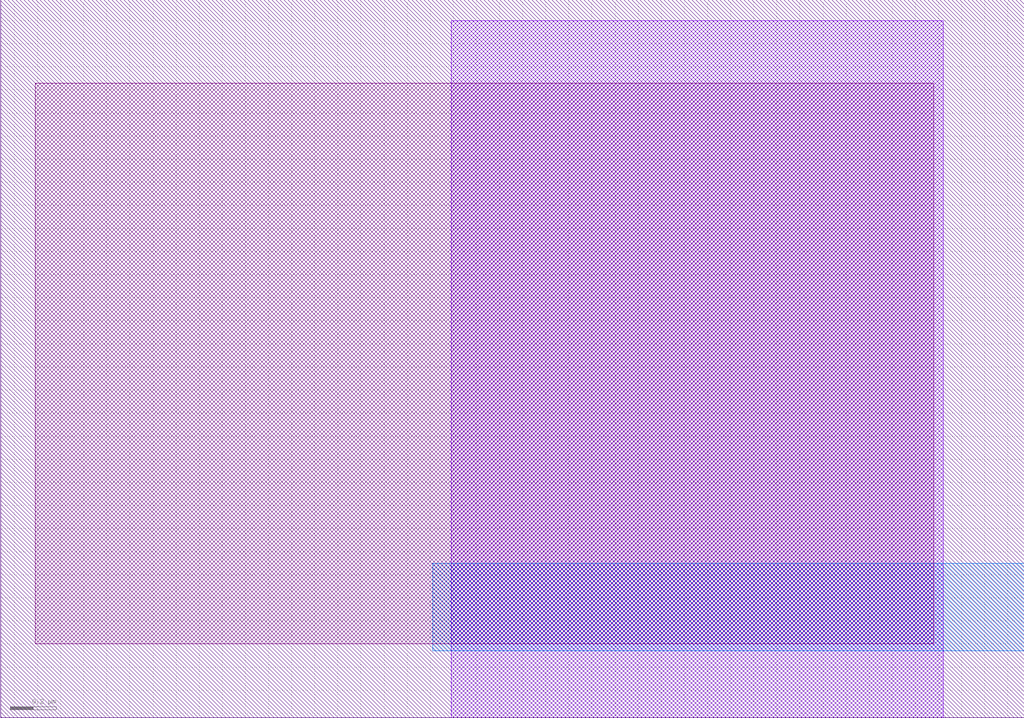
<source format=lef>
VERSION 5.7 ;
  NOWIREEXTENSIONATPIN ON ;
  DIVIDERCHAR "/" ;
  BUSBITCHARS "[]" ;
UNITS
  DATABASE MICRONS 200 ;
END UNITS

LAYER via2
  TYPE CUT ;
END via2

LAYER via
  TYPE CUT ;
END via

LAYER nwell
  TYPE MASTERSLICE ;
END nwell

LAYER via3
  TYPE CUT ;
END via3

LAYER pwell
  TYPE MASTERSLICE ;
END pwell

LAYER via4
  TYPE CUT ;
END via4

LAYER mcon
  TYPE CUT ;
END mcon

LAYER met6
  TYPE ROUTING ;
  WIDTH 0.030000 ;
  SPACING 0.040000 ;
  DIRECTION HORIZONTAL ;
END met6

LAYER met1
  TYPE ROUTING ;
  WIDTH 0.140000 ;
  SPACING 0.140000 ;
  DIRECTION HORIZONTAL ;
END met1

LAYER met3
  TYPE ROUTING ;
  WIDTH 0.300000 ;
  SPACING 0.300000 ;
  DIRECTION HORIZONTAL ;
END met3

LAYER met2
  TYPE ROUTING ;
  WIDTH 0.140000 ;
  SPACING 0.140000 ;
  DIRECTION HORIZONTAL ;
END met2

LAYER met4
  TYPE ROUTING ;
  WIDTH 0.300000 ;
  SPACING 0.300000 ;
  DIRECTION HORIZONTAL ;
END met4

LAYER met5
  TYPE ROUTING ;
  WIDTH 1.600000 ;
  SPACING 1.600000 ;
  DIRECTION HORIZONTAL ;
END met5

LAYER li1
  TYPE ROUTING ;
  WIDTH 0.170000 ;
  SPACING 0.170000 ;
  DIRECTION HORIZONTAL ;
END li1

MACRO sky130_hilas_horizTransCell01
  CLASS BLOCK ;
  FOREIGN sky130_hilas_horizTransCell01 ;
  ORIGIN 4.760 -0.480 ;
  SIZE 4.430 BY 3.110 ;
  OBS
      LAYER li1 ;
        RECT -4.610 0.800 -0.720 3.230 ;
      LAYER met1 ;
        RECT -2.810 0.480 -0.680 3.500 ;
      LAYER met2 ;
        RECT -2.890 0.770 -0.330 1.150 ;
  END
END sky130_hilas_horizTransCell01
END LIBRARY


</source>
